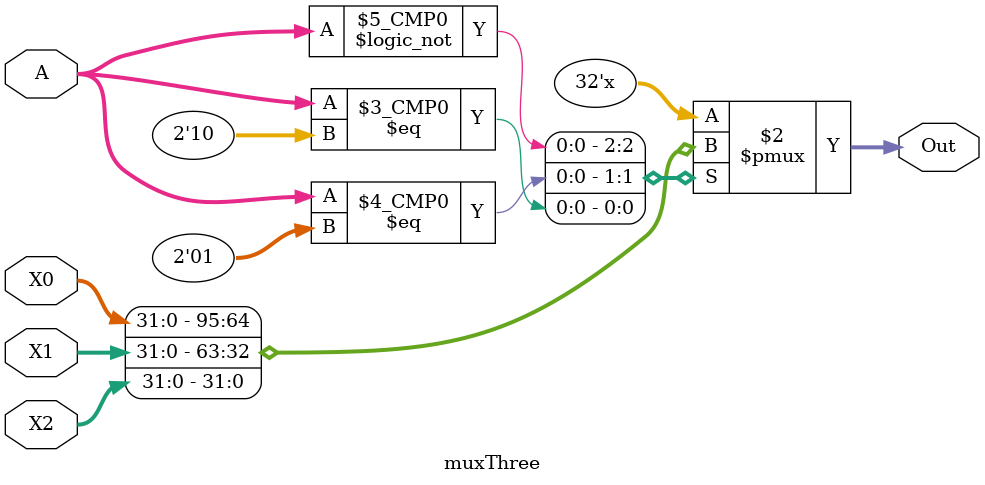
<source format=v>
module muxThree(A,X0,X1,X2,Out);

input [1:0] A;
input [31:0] X2,X1,X0;
output [31:0] Out;
reg [31:0] Out;

always@(A,X2,X1,X0)
	begin
	 case(A)
	 2'b00:
	 Out <= X0;
	 2'b01:
	 Out <= X1;
	 2'b10:
	 Out <= X2;
	 endcase
	end
endmodule 
</source>
